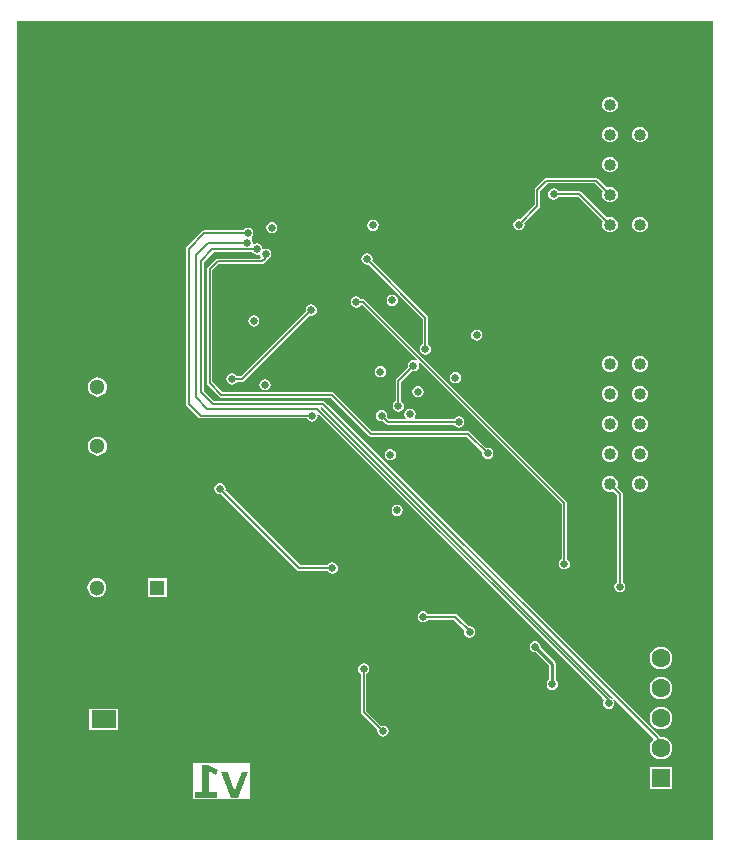
<source format=gbl>
G04*
G04 #@! TF.GenerationSoftware,Altium Limited,Altium Designer,19.1.8 (144)*
G04*
G04 Layer_Physical_Order=4*
G04 Layer_Color=16711680*
%FSLAX25Y25*%
%MOIN*%
G70*
G01*
G75*
%ADD15C,0.00600*%
%ADD17C,0.01000*%
%ADD18C,0.00800*%
%ADD111C,0.04016*%
%ADD112C,0.12598*%
%ADD113R,0.05906X0.08268*%
%ADD114R,0.08268X0.05906*%
%ADD115C,0.06299*%
%ADD116R,0.06299X0.06299*%
%ADD117C,0.05118*%
%ADD118R,0.05118X0.05118*%
%ADD119C,0.02500*%
%ADD120C,0.02598*%
G36*
X234000Y2000D02*
X2000D01*
Y275000D01*
X234000D01*
Y2000D01*
D02*
G37*
%LPC*%
G36*
X199500Y249630D02*
X198819Y249541D01*
X198185Y249278D01*
X197640Y248860D01*
X197222Y248315D01*
X196959Y247681D01*
X196870Y247000D01*
X196959Y246319D01*
X197222Y245685D01*
X197640Y245140D01*
X198185Y244722D01*
X198819Y244459D01*
X199500Y244370D01*
X200181Y244459D01*
X200815Y244722D01*
X201360Y245140D01*
X201778Y245685D01*
X202041Y246319D01*
X202130Y247000D01*
X202041Y247681D01*
X201778Y248315D01*
X201360Y248860D01*
X200815Y249278D01*
X200181Y249541D01*
X199500Y249630D01*
D02*
G37*
G36*
X209500Y239630D02*
X208819Y239541D01*
X208185Y239278D01*
X207640Y238860D01*
X207222Y238315D01*
X206959Y237681D01*
X206870Y237000D01*
X206959Y236319D01*
X207222Y235685D01*
X207640Y235140D01*
X208185Y234722D01*
X208819Y234459D01*
X209500Y234370D01*
X210181Y234459D01*
X210815Y234722D01*
X211360Y235140D01*
X211778Y235685D01*
X212041Y236319D01*
X212130Y237000D01*
X212041Y237681D01*
X211778Y238315D01*
X211360Y238860D01*
X210815Y239278D01*
X210181Y239541D01*
X209500Y239630D01*
D02*
G37*
G36*
X199500D02*
X198819Y239541D01*
X198185Y239278D01*
X197640Y238860D01*
X197222Y238315D01*
X196959Y237681D01*
X196870Y237000D01*
X196959Y236319D01*
X197222Y235685D01*
X197640Y235140D01*
X198185Y234722D01*
X198819Y234459D01*
X199500Y234370D01*
X200181Y234459D01*
X200815Y234722D01*
X201360Y235140D01*
X201778Y235685D01*
X202041Y236319D01*
X202130Y237000D01*
X202041Y237681D01*
X201778Y238315D01*
X201360Y238860D01*
X200815Y239278D01*
X200181Y239541D01*
X199500Y239630D01*
D02*
G37*
G36*
Y229630D02*
X198819Y229541D01*
X198185Y229278D01*
X197640Y228860D01*
X197222Y228315D01*
X196959Y227681D01*
X196870Y227000D01*
X196959Y226319D01*
X197222Y225685D01*
X197640Y225140D01*
X198185Y224722D01*
X198819Y224459D01*
X199500Y224370D01*
X200181Y224459D01*
X200815Y224722D01*
X201360Y225140D01*
X201778Y225685D01*
X202041Y226319D01*
X202130Y227000D01*
X202041Y227681D01*
X201778Y228315D01*
X201360Y228860D01*
X200815Y229278D01*
X200181Y229541D01*
X199500Y229630D01*
D02*
G37*
G36*
X194846Y222571D02*
X178347D01*
X177995Y222501D01*
X177698Y222302D01*
X174646Y219251D01*
X174448Y218953D01*
X174378Y218602D01*
Y213475D01*
X169691Y208789D01*
X169200Y208886D01*
X168478Y208743D01*
X167866Y208334D01*
X167457Y207722D01*
X167314Y207000D01*
X167457Y206278D01*
X167866Y205666D01*
X168478Y205257D01*
X169200Y205114D01*
X169922Y205257D01*
X170534Y205666D01*
X170943Y206278D01*
X171086Y207000D01*
X170989Y207491D01*
X175944Y212446D01*
X176143Y212744D01*
X176213Y213095D01*
Y218222D01*
X178726Y220736D01*
X194466D01*
X197124Y218078D01*
X196959Y217681D01*
X196870Y217000D01*
X196959Y216319D01*
X197222Y215685D01*
X197640Y215140D01*
X198185Y214722D01*
X198819Y214459D01*
X199500Y214370D01*
X200181Y214459D01*
X200815Y214722D01*
X201360Y215140D01*
X201778Y215685D01*
X202041Y216319D01*
X202130Y217000D01*
X202041Y217681D01*
X201778Y218315D01*
X201360Y218860D01*
X200815Y219278D01*
X200181Y219541D01*
X199500Y219630D01*
X198819Y219541D01*
X198422Y219376D01*
X195495Y222302D01*
X195198Y222501D01*
X194846Y222571D01*
D02*
G37*
G36*
X120500Y208586D02*
X119778Y208443D01*
X119166Y208034D01*
X118757Y207422D01*
X118614Y206700D01*
X118757Y205978D01*
X119166Y205366D01*
X119778Y204957D01*
X120500Y204814D01*
X121222Y204957D01*
X121834Y205366D01*
X122243Y205978D01*
X122386Y206700D01*
X122243Y207422D01*
X121834Y208034D01*
X121222Y208443D01*
X120500Y208586D01*
D02*
G37*
G36*
X209500Y209630D02*
X208819Y209541D01*
X208185Y209278D01*
X207640Y208860D01*
X207222Y208315D01*
X206959Y207681D01*
X206870Y207000D01*
X206959Y206319D01*
X207222Y205685D01*
X207640Y205140D01*
X208185Y204722D01*
X208819Y204459D01*
X209500Y204370D01*
X210181Y204459D01*
X210815Y204722D01*
X211360Y205140D01*
X211778Y205685D01*
X212041Y206319D01*
X212130Y207000D01*
X212041Y207681D01*
X211778Y208315D01*
X211360Y208860D01*
X210815Y209278D01*
X210181Y209541D01*
X209500Y209630D01*
D02*
G37*
G36*
X180700Y219086D02*
X179978Y218943D01*
X179366Y218534D01*
X178957Y217922D01*
X178814Y217200D01*
X178957Y216478D01*
X179366Y215866D01*
X179978Y215457D01*
X180700Y215314D01*
X181422Y215457D01*
X182034Y215866D01*
X182312Y216282D01*
X188920D01*
X197124Y208078D01*
X196959Y207681D01*
X196870Y207000D01*
X196959Y206319D01*
X197222Y205685D01*
X197640Y205140D01*
X198185Y204722D01*
X198819Y204459D01*
X199500Y204370D01*
X200181Y204459D01*
X200815Y204722D01*
X201360Y205140D01*
X201778Y205685D01*
X202041Y206319D01*
X202130Y207000D01*
X202041Y207681D01*
X201778Y208315D01*
X201360Y208860D01*
X200815Y209278D01*
X200181Y209541D01*
X199500Y209630D01*
X198819Y209541D01*
X198422Y209376D01*
X189949Y217849D01*
X189651Y218048D01*
X189300Y218118D01*
X182312D01*
X182034Y218534D01*
X181422Y218943D01*
X180700Y219086D01*
D02*
G37*
G36*
X86800Y207886D02*
X86078Y207743D01*
X85466Y207334D01*
X85057Y206722D01*
X84914Y206000D01*
X85057Y205278D01*
X85466Y204666D01*
X86078Y204257D01*
X86800Y204114D01*
X87522Y204257D01*
X88134Y204666D01*
X88543Y205278D01*
X88686Y206000D01*
X88543Y206722D01*
X88134Y207334D01*
X87522Y207743D01*
X86800Y207886D01*
D02*
G37*
G36*
X127000Y183586D02*
X126278Y183443D01*
X125666Y183034D01*
X125257Y182422D01*
X125114Y181700D01*
X125257Y180978D01*
X125666Y180366D01*
X126278Y179957D01*
X127000Y179814D01*
X127722Y179957D01*
X128334Y180366D01*
X128743Y180978D01*
X128886Y181700D01*
X128743Y182422D01*
X128334Y183034D01*
X127722Y183443D01*
X127000Y183586D01*
D02*
G37*
G36*
X100000Y180386D02*
X99278Y180243D01*
X98666Y179834D01*
X98257Y179222D01*
X98114Y178500D01*
X98211Y178009D01*
X76620Y156418D01*
X75112D01*
X74834Y156834D01*
X74222Y157243D01*
X73500Y157386D01*
X72778Y157243D01*
X72166Y156834D01*
X71757Y156222D01*
X71614Y155500D01*
X71757Y154778D01*
X72166Y154166D01*
X72778Y153757D01*
X73500Y153614D01*
X74222Y153757D01*
X74834Y154166D01*
X75112Y154582D01*
X77000D01*
X77351Y154652D01*
X77649Y154851D01*
X99509Y176711D01*
X100000Y176614D01*
X100722Y176757D01*
X101334Y177166D01*
X101743Y177778D01*
X101886Y178500D01*
X101743Y179222D01*
X101334Y179834D01*
X100722Y180243D01*
X100000Y180386D01*
D02*
G37*
G36*
X80800Y176686D02*
X80078Y176543D01*
X79466Y176134D01*
X79057Y175522D01*
X78914Y174800D01*
X79057Y174078D01*
X79466Y173466D01*
X80078Y173057D01*
X80800Y172914D01*
X81522Y173057D01*
X82134Y173466D01*
X82543Y174078D01*
X82686Y174800D01*
X82543Y175522D01*
X82134Y176134D01*
X81522Y176543D01*
X80800Y176686D01*
D02*
G37*
G36*
X155100Y171986D02*
X154378Y171843D01*
X153766Y171434D01*
X153357Y170822D01*
X153214Y170100D01*
X153357Y169378D01*
X153766Y168766D01*
X154378Y168357D01*
X155100Y168214D01*
X155822Y168357D01*
X156434Y168766D01*
X156843Y169378D01*
X156986Y170100D01*
X156843Y170822D01*
X156434Y171434D01*
X155822Y171843D01*
X155100Y171986D01*
D02*
G37*
G36*
X118500Y197386D02*
X117778Y197243D01*
X117166Y196834D01*
X116757Y196222D01*
X116614Y195500D01*
X116757Y194778D01*
X117166Y194166D01*
X117778Y193757D01*
X118500Y193614D01*
X118991Y193711D01*
X137082Y175620D01*
Y167112D01*
X136666Y166834D01*
X136257Y166222D01*
X136114Y165500D01*
X136257Y164778D01*
X136666Y164166D01*
X137278Y163757D01*
X138000Y163614D01*
X138722Y163757D01*
X139334Y164166D01*
X139743Y164778D01*
X139886Y165500D01*
X139743Y166222D01*
X139334Y166834D01*
X138918Y167112D01*
Y176000D01*
X138848Y176351D01*
X138649Y176649D01*
X120289Y195009D01*
X120386Y195500D01*
X120243Y196222D01*
X119834Y196834D01*
X119222Y197243D01*
X118500Y197386D01*
D02*
G37*
G36*
X115000Y183086D02*
X114278Y182943D01*
X113666Y182534D01*
X113257Y181922D01*
X113114Y181200D01*
X113257Y180478D01*
X113666Y179866D01*
X114278Y179457D01*
X115000Y179314D01*
X115722Y179457D01*
X116334Y179866D01*
X116493Y180105D01*
X117056Y180147D01*
X135133Y162069D01*
X134814Y161681D01*
X134722Y161743D01*
X134000Y161886D01*
X133278Y161743D01*
X132666Y161334D01*
X132257Y160722D01*
X132114Y160000D01*
X132211Y159509D01*
X128351Y155649D01*
X128152Y155351D01*
X128082Y155000D01*
Y148112D01*
X127666Y147834D01*
X127257Y147222D01*
X127114Y146500D01*
X127257Y145778D01*
X127666Y145166D01*
X128278Y144757D01*
X129000Y144614D01*
X129722Y144757D01*
X130334Y145166D01*
X130743Y145778D01*
X130886Y146500D01*
X130743Y147222D01*
X130334Y147834D01*
X129918Y148112D01*
Y154620D01*
X133509Y158211D01*
X134000Y158114D01*
X134722Y158257D01*
X135334Y158666D01*
X135743Y159278D01*
X135886Y160000D01*
X135743Y160722D01*
X135681Y160814D01*
X136069Y161133D01*
X183382Y113820D01*
Y95512D01*
X182966Y95234D01*
X182557Y94622D01*
X182414Y93900D01*
X182557Y93178D01*
X182966Y92566D01*
X183578Y92157D01*
X184300Y92014D01*
X185022Y92157D01*
X185634Y92566D01*
X186043Y93178D01*
X186186Y93900D01*
X186043Y94622D01*
X185634Y95234D01*
X185218Y95512D01*
Y114200D01*
X185148Y114551D01*
X184949Y114849D01*
X117949Y181849D01*
X117651Y182048D01*
X117300Y182118D01*
X116612D01*
X116334Y182534D01*
X115722Y182943D01*
X115000Y183086D01*
D02*
G37*
G36*
X209500Y163130D02*
X208819Y163041D01*
X208185Y162778D01*
X207640Y162360D01*
X207222Y161815D01*
X206959Y161181D01*
X206870Y160500D01*
X206959Y159819D01*
X207222Y159185D01*
X207640Y158640D01*
X208185Y158222D01*
X208819Y157959D01*
X209500Y157870D01*
X210181Y157959D01*
X210815Y158222D01*
X211360Y158640D01*
X211778Y159185D01*
X212041Y159819D01*
X212130Y160500D01*
X212041Y161181D01*
X211778Y161815D01*
X211360Y162360D01*
X210815Y162778D01*
X210181Y163041D01*
X209500Y163130D01*
D02*
G37*
G36*
X199500D02*
X198819Y163041D01*
X198185Y162778D01*
X197640Y162360D01*
X197222Y161815D01*
X196959Y161181D01*
X196870Y160500D01*
X196959Y159819D01*
X197222Y159185D01*
X197640Y158640D01*
X198185Y158222D01*
X198819Y157959D01*
X199500Y157870D01*
X200181Y157959D01*
X200815Y158222D01*
X201360Y158640D01*
X201778Y159185D01*
X202041Y159819D01*
X202130Y160500D01*
X202041Y161181D01*
X201778Y161815D01*
X201360Y162360D01*
X200815Y162778D01*
X200181Y163041D01*
X199500Y163130D01*
D02*
G37*
G36*
X123000Y159886D02*
X122278Y159743D01*
X121666Y159334D01*
X121257Y158722D01*
X121114Y158000D01*
X121257Y157278D01*
X121666Y156666D01*
X122278Y156257D01*
X123000Y156114D01*
X123722Y156257D01*
X124334Y156666D01*
X124743Y157278D01*
X124886Y158000D01*
X124743Y158722D01*
X124334Y159334D01*
X123722Y159743D01*
X123000Y159886D01*
D02*
G37*
G36*
X148000Y157886D02*
X147278Y157743D01*
X146666Y157334D01*
X146257Y156722D01*
X146114Y156000D01*
X146257Y155278D01*
X146666Y154666D01*
X147278Y154257D01*
X148000Y154114D01*
X148722Y154257D01*
X149334Y154666D01*
X149743Y155278D01*
X149886Y156000D01*
X149743Y156722D01*
X149334Y157334D01*
X148722Y157743D01*
X148000Y157886D01*
D02*
G37*
G36*
X84500Y155473D02*
X83778Y155329D01*
X83166Y154920D01*
X82757Y154308D01*
X82614Y153586D01*
X82757Y152864D01*
X83166Y152252D01*
X83778Y151844D01*
X84500Y151700D01*
X85222Y151844D01*
X85834Y152252D01*
X86243Y152864D01*
X86386Y153586D01*
X86243Y154308D01*
X85834Y154920D01*
X85222Y155329D01*
X84500Y155473D01*
D02*
G37*
G36*
X28650Y156021D02*
X27825Y155913D01*
X27057Y155595D01*
X26397Y155088D01*
X25891Y154428D01*
X25572Y153660D01*
X25464Y152835D01*
X25572Y152010D01*
X25891Y151242D01*
X26397Y150582D01*
X27057Y150076D01*
X27825Y149757D01*
X28650Y149649D01*
X29475Y149757D01*
X30243Y150076D01*
X30903Y150582D01*
X31409Y151242D01*
X31728Y152010D01*
X31836Y152835D01*
X31728Y153660D01*
X31409Y154428D01*
X30903Y155088D01*
X30243Y155595D01*
X29475Y155913D01*
X28650Y156021D01*
D02*
G37*
G36*
X135500Y153186D02*
X134778Y153043D01*
X134166Y152634D01*
X133757Y152022D01*
X133614Y151300D01*
X133757Y150578D01*
X134166Y149966D01*
X134778Y149557D01*
X135500Y149414D01*
X136222Y149557D01*
X136834Y149966D01*
X137243Y150578D01*
X137386Y151300D01*
X137243Y152022D01*
X136834Y152634D01*
X136222Y153043D01*
X135500Y153186D01*
D02*
G37*
G36*
X209500Y153130D02*
X208819Y153041D01*
X208185Y152778D01*
X207640Y152360D01*
X207222Y151815D01*
X206959Y151181D01*
X206870Y150500D01*
X206959Y149819D01*
X207222Y149185D01*
X207640Y148640D01*
X208185Y148222D01*
X208819Y147959D01*
X209500Y147870D01*
X210181Y147959D01*
X210815Y148222D01*
X211360Y148640D01*
X211778Y149185D01*
X212041Y149819D01*
X212130Y150500D01*
X212041Y151181D01*
X211778Y151815D01*
X211360Y152360D01*
X210815Y152778D01*
X210181Y153041D01*
X209500Y153130D01*
D02*
G37*
G36*
X199500D02*
X198819Y153041D01*
X198185Y152778D01*
X197640Y152360D01*
X197222Y151815D01*
X196959Y151181D01*
X196870Y150500D01*
X196959Y149819D01*
X197222Y149185D01*
X197640Y148640D01*
X198185Y148222D01*
X198819Y147959D01*
X199500Y147870D01*
X200181Y147959D01*
X200815Y148222D01*
X201360Y148640D01*
X201778Y149185D01*
X202041Y149819D01*
X202130Y150500D01*
X202041Y151181D01*
X201778Y151815D01*
X201360Y152360D01*
X200815Y152778D01*
X200181Y153041D01*
X199500Y153130D01*
D02*
G37*
G36*
X132900Y145586D02*
X132178Y145443D01*
X131566Y145034D01*
X131157Y144422D01*
X131014Y143700D01*
X131157Y142978D01*
X131398Y142618D01*
X131131Y142118D01*
X125880D01*
X125189Y142809D01*
X125286Y143300D01*
X125143Y144022D01*
X124734Y144634D01*
X124122Y145043D01*
X123400Y145186D01*
X122678Y145043D01*
X122066Y144634D01*
X121657Y144022D01*
X121514Y143300D01*
X121657Y142578D01*
X122066Y141966D01*
X122678Y141557D01*
X123400Y141414D01*
X123891Y141511D01*
X124851Y140551D01*
X125149Y140352D01*
X125500Y140282D01*
X147488D01*
X147766Y139866D01*
X148378Y139457D01*
X149100Y139314D01*
X149822Y139457D01*
X150434Y139866D01*
X150843Y140478D01*
X150986Y141200D01*
X150843Y141922D01*
X150434Y142534D01*
X149822Y142943D01*
X149100Y143086D01*
X148378Y142943D01*
X147766Y142534D01*
X147488Y142118D01*
X134669D01*
X134402Y142618D01*
X134643Y142978D01*
X134786Y143700D01*
X134643Y144422D01*
X134234Y145034D01*
X133622Y145443D01*
X132900Y145586D01*
D02*
G37*
G36*
X209500Y143130D02*
X208819Y143041D01*
X208185Y142778D01*
X207640Y142360D01*
X207222Y141815D01*
X206959Y141181D01*
X206870Y140500D01*
X206959Y139819D01*
X207222Y139185D01*
X207640Y138640D01*
X208185Y138222D01*
X208819Y137959D01*
X209500Y137870D01*
X210181Y137959D01*
X210815Y138222D01*
X211360Y138640D01*
X211778Y139185D01*
X212041Y139819D01*
X212130Y140500D01*
X212041Y141181D01*
X211778Y141815D01*
X211360Y142360D01*
X210815Y142778D01*
X210181Y143041D01*
X209500Y143130D01*
D02*
G37*
G36*
X199500D02*
X198819Y143041D01*
X198185Y142778D01*
X197640Y142360D01*
X197222Y141815D01*
X196959Y141181D01*
X196870Y140500D01*
X196959Y139819D01*
X197222Y139185D01*
X197640Y138640D01*
X198185Y138222D01*
X198819Y137959D01*
X199500Y137870D01*
X200181Y137959D01*
X200815Y138222D01*
X201360Y138640D01*
X201778Y139185D01*
X202041Y139819D01*
X202130Y140500D01*
X202041Y141181D01*
X201778Y141815D01*
X201360Y142360D01*
X200815Y142778D01*
X200181Y143041D01*
X199500Y143130D01*
D02*
G37*
G36*
X28650Y136336D02*
X27825Y136228D01*
X27057Y135909D01*
X26397Y135403D01*
X25891Y134743D01*
X25572Y133975D01*
X25464Y133150D01*
X25572Y132325D01*
X25891Y131557D01*
X26397Y130897D01*
X27057Y130391D01*
X27825Y130072D01*
X28650Y129964D01*
X29475Y130072D01*
X30243Y130391D01*
X30903Y130897D01*
X31409Y131557D01*
X31728Y132325D01*
X31836Y133150D01*
X31728Y133975D01*
X31409Y134743D01*
X30903Y135403D01*
X30243Y135909D01*
X29475Y136228D01*
X28650Y136336D01*
D02*
G37*
G36*
X78700Y205986D02*
X77978Y205843D01*
X77366Y205434D01*
X77088Y205018D01*
X64318D01*
X63967Y204948D01*
X63669Y204749D01*
X58560Y199640D01*
X58361Y199342D01*
X58291Y198991D01*
Y147209D01*
X58361Y146858D01*
X58560Y146560D01*
X62460Y142660D01*
X62758Y142461D01*
X63109Y142391D01*
X98455D01*
X98457Y142378D01*
X98866Y141766D01*
X99478Y141357D01*
X100200Y141214D01*
X100922Y141357D01*
X101534Y141766D01*
X101943Y142378D01*
X102086Y143100D01*
X102009Y143488D01*
X102470Y143734D01*
X197648Y48556D01*
X197357Y48122D01*
X197214Y47400D01*
X197357Y46678D01*
X197766Y46066D01*
X198378Y45657D01*
X199100Y45514D01*
X199822Y45657D01*
X200434Y46066D01*
X200843Y46678D01*
X200986Y47400D01*
X200843Y48122D01*
X200576Y48521D01*
X200964Y48840D01*
X214013Y35791D01*
X213980Y35293D01*
X213826Y35174D01*
X213225Y34391D01*
X212847Y33479D01*
X212718Y32500D01*
X212847Y31521D01*
X213225Y30609D01*
X213826Y29826D01*
X214609Y29225D01*
X215521Y28847D01*
X216500Y28718D01*
X217479Y28847D01*
X218391Y29225D01*
X219174Y29826D01*
X219775Y30609D01*
X220153Y31521D01*
X220282Y32500D01*
X220153Y33479D01*
X219775Y34391D01*
X219174Y35174D01*
X218391Y35775D01*
X217479Y36153D01*
X216500Y36282D01*
X216130Y36233D01*
X216058Y36341D01*
X104450Y147950D01*
X104152Y148149D01*
X103801Y148219D01*
X67481D01*
X64118Y151581D01*
Y194619D01*
X67382Y197882D01*
X80188D01*
X80466Y197466D01*
X81078Y197057D01*
X81800Y196914D01*
X82358Y197025D01*
X82527Y197053D01*
X82893Y196704D01*
X82957Y196378D01*
X83136Y196111D01*
X82864Y195618D01*
X68700D01*
X68349Y195548D01*
X68051Y195349D01*
X65451Y192749D01*
X65252Y192451D01*
X65182Y192100D01*
Y154100D01*
X65252Y153749D01*
X65451Y153451D01*
X69351Y149551D01*
X69649Y149352D01*
X70000Y149282D01*
X106320D01*
X119051Y136551D01*
X119349Y136352D01*
X119700Y136282D01*
X151820D01*
X156911Y131191D01*
X156814Y130700D01*
X156957Y129978D01*
X157366Y129366D01*
X157978Y128957D01*
X158700Y128814D01*
X159422Y128957D01*
X160034Y129366D01*
X160443Y129978D01*
X160586Y130700D01*
X160443Y131422D01*
X160034Y132034D01*
X159422Y132443D01*
X158700Y132586D01*
X158209Y132489D01*
X152849Y137849D01*
X152551Y138048D01*
X152200Y138118D01*
X120080D01*
X107349Y150849D01*
X107051Y151048D01*
X106700Y151118D01*
X70380D01*
X67018Y154480D01*
Y191720D01*
X69080Y193782D01*
X83500D01*
X83851Y193852D01*
X84149Y194051D01*
X85029Y194931D01*
X85228Y195229D01*
X85246Y195322D01*
X85422Y195357D01*
X86034Y195766D01*
X86443Y196378D01*
X86586Y197100D01*
X86443Y197822D01*
X86034Y198434D01*
X85422Y198843D01*
X84700Y198986D01*
X84142Y198875D01*
X83973Y198847D01*
X83607Y199196D01*
X83543Y199522D01*
X83134Y200134D01*
X82522Y200543D01*
X81800Y200686D01*
X81078Y200543D01*
X80879Y200409D01*
X80428Y200710D01*
X80486Y201000D01*
X80343Y201722D01*
X80043Y202171D01*
X80035Y202680D01*
X80081Y202837D01*
X80443Y203378D01*
X80586Y204100D01*
X80443Y204822D01*
X80034Y205434D01*
X79422Y205843D01*
X78700Y205986D01*
D02*
G37*
G36*
X126300Y132186D02*
X125578Y132043D01*
X124966Y131634D01*
X124557Y131022D01*
X124414Y130300D01*
X124557Y129578D01*
X124966Y128966D01*
X125578Y128557D01*
X126300Y128414D01*
X127022Y128557D01*
X127634Y128966D01*
X128043Y129578D01*
X128186Y130300D01*
X128043Y131022D01*
X127634Y131634D01*
X127022Y132043D01*
X126300Y132186D01*
D02*
G37*
G36*
X209500Y133130D02*
X208819Y133041D01*
X208185Y132778D01*
X207640Y132360D01*
X207222Y131815D01*
X206959Y131181D01*
X206870Y130500D01*
X206959Y129819D01*
X207222Y129185D01*
X207640Y128640D01*
X208185Y128222D01*
X208819Y127959D01*
X209500Y127870D01*
X210181Y127959D01*
X210815Y128222D01*
X211360Y128640D01*
X211778Y129185D01*
X212041Y129819D01*
X212130Y130500D01*
X212041Y131181D01*
X211778Y131815D01*
X211360Y132360D01*
X210815Y132778D01*
X210181Y133041D01*
X209500Y133130D01*
D02*
G37*
G36*
X199500D02*
X198819Y133041D01*
X198185Y132778D01*
X197640Y132360D01*
X197222Y131815D01*
X196959Y131181D01*
X196870Y130500D01*
X196959Y129819D01*
X197222Y129185D01*
X197640Y128640D01*
X198185Y128222D01*
X198819Y127959D01*
X199500Y127870D01*
X200181Y127959D01*
X200815Y128222D01*
X201360Y128640D01*
X201778Y129185D01*
X202041Y129819D01*
X202130Y130500D01*
X202041Y131181D01*
X201778Y131815D01*
X201360Y132360D01*
X200815Y132778D01*
X200181Y133041D01*
X199500Y133130D01*
D02*
G37*
G36*
X209500Y123130D02*
X208819Y123041D01*
X208185Y122778D01*
X207640Y122360D01*
X207222Y121815D01*
X206959Y121181D01*
X206870Y120500D01*
X206959Y119819D01*
X207222Y119185D01*
X207640Y118640D01*
X208185Y118222D01*
X208819Y117959D01*
X209500Y117870D01*
X210181Y117959D01*
X210815Y118222D01*
X211360Y118640D01*
X211778Y119185D01*
X212041Y119819D01*
X212130Y120500D01*
X212041Y121181D01*
X211778Y121815D01*
X211360Y122360D01*
X210815Y122778D01*
X210181Y123041D01*
X209500Y123130D01*
D02*
G37*
G36*
X128600Y113586D02*
X127878Y113443D01*
X127266Y113034D01*
X126857Y112422D01*
X126714Y111700D01*
X126857Y110978D01*
X127266Y110366D01*
X127878Y109957D01*
X128600Y109814D01*
X129322Y109957D01*
X129934Y110366D01*
X130343Y110978D01*
X130486Y111700D01*
X130343Y112422D01*
X129934Y113034D01*
X129322Y113443D01*
X128600Y113586D01*
D02*
G37*
G36*
X69500Y120886D02*
X68778Y120743D01*
X68166Y120334D01*
X67757Y119722D01*
X67614Y119000D01*
X67757Y118278D01*
X68166Y117666D01*
X68778Y117257D01*
X69500Y117114D01*
X69991Y117211D01*
X95351Y91851D01*
X95649Y91652D01*
X96000Y91582D01*
X105388D01*
X105666Y91166D01*
X106278Y90757D01*
X107000Y90614D01*
X107722Y90757D01*
X108334Y91166D01*
X108743Y91778D01*
X108886Y92500D01*
X108743Y93222D01*
X108334Y93834D01*
X107722Y94243D01*
X107000Y94386D01*
X106278Y94243D01*
X105666Y93834D01*
X105388Y93418D01*
X96380D01*
X71289Y118509D01*
X71386Y119000D01*
X71243Y119722D01*
X70834Y120334D01*
X70222Y120743D01*
X69500Y120886D01*
D02*
G37*
G36*
X199500Y123130D02*
X198819Y123041D01*
X198185Y122778D01*
X197640Y122360D01*
X197222Y121815D01*
X196959Y121181D01*
X196870Y120500D01*
X196959Y119819D01*
X197222Y119185D01*
X197640Y118640D01*
X198185Y118222D01*
X198819Y117959D01*
X199500Y117870D01*
X200181Y117959D01*
X200476Y118082D01*
X201780Y116778D01*
Y87844D01*
X201466Y87634D01*
X201057Y87022D01*
X200914Y86300D01*
X201057Y85578D01*
X201466Y84966D01*
X202078Y84557D01*
X202800Y84414D01*
X203522Y84557D01*
X204134Y84966D01*
X204543Y85578D01*
X204686Y86300D01*
X204543Y87022D01*
X204134Y87634D01*
X203820Y87844D01*
Y117200D01*
X203742Y117590D01*
X203521Y117921D01*
X201918Y119524D01*
X202041Y119819D01*
X202130Y120500D01*
X202041Y121181D01*
X201778Y121815D01*
X201360Y122360D01*
X200815Y122778D01*
X200181Y123041D01*
X199500Y123130D01*
D02*
G37*
G36*
X51698Y89159D02*
X45380D01*
Y82841D01*
X51698D01*
Y89159D01*
D02*
G37*
G36*
X28461Y89186D02*
X27636Y89078D01*
X26867Y88759D01*
X26208Y88253D01*
X25701Y87593D01*
X25383Y86825D01*
X25274Y86000D01*
X25383Y85175D01*
X25701Y84407D01*
X26208Y83747D01*
X26867Y83241D01*
X27636Y82922D01*
X28461Y82814D01*
X29285Y82922D01*
X30054Y83241D01*
X30714Y83747D01*
X31220Y84407D01*
X31538Y85175D01*
X31647Y86000D01*
X31538Y86825D01*
X31220Y87593D01*
X30714Y88253D01*
X30054Y88759D01*
X29285Y89078D01*
X28461Y89186D01*
D02*
G37*
G36*
X137300Y78186D02*
X136578Y78043D01*
X135966Y77634D01*
X135557Y77022D01*
X135414Y76300D01*
X135557Y75578D01*
X135966Y74966D01*
X136578Y74557D01*
X137300Y74414D01*
X138022Y74557D01*
X138634Y74966D01*
X138844Y75280D01*
X147478D01*
X150937Y71821D01*
X150814Y71200D01*
X150957Y70478D01*
X151366Y69866D01*
X151978Y69457D01*
X152700Y69314D01*
X153422Y69457D01*
X154034Y69866D01*
X154443Y70478D01*
X154586Y71200D01*
X154443Y71922D01*
X154034Y72534D01*
X153422Y72943D01*
X152700Y73086D01*
X152580Y73062D01*
X148621Y77021D01*
X148290Y77242D01*
X147900Y77320D01*
X138844D01*
X138634Y77634D01*
X138022Y78043D01*
X137300Y78186D01*
D02*
G37*
G36*
X216500Y66282D02*
X215521Y66153D01*
X214609Y65775D01*
X213826Y65174D01*
X213225Y64391D01*
X212847Y63479D01*
X212718Y62500D01*
X212847Y61521D01*
X213225Y60609D01*
X213826Y59826D01*
X214609Y59225D01*
X215521Y58847D01*
X216500Y58718D01*
X217479Y58847D01*
X218391Y59225D01*
X219174Y59826D01*
X219775Y60609D01*
X220153Y61521D01*
X220282Y62500D01*
X220153Y63479D01*
X219775Y64391D01*
X219174Y65174D01*
X218391Y65775D01*
X217479Y66153D01*
X216500Y66282D01*
D02*
G37*
G36*
X174600Y68186D02*
X173878Y68043D01*
X173266Y67634D01*
X172857Y67022D01*
X172714Y66300D01*
X172857Y65578D01*
X173266Y64966D01*
X173878Y64557D01*
X174600Y64414D01*
X174850Y64464D01*
X179178Y60135D01*
Y55176D01*
X178966Y55034D01*
X178557Y54422D01*
X178414Y53700D01*
X178557Y52978D01*
X178966Y52366D01*
X179578Y51957D01*
X180300Y51814D01*
X181022Y51957D01*
X181634Y52366D01*
X182043Y52978D01*
X182186Y53700D01*
X182043Y54422D01*
X181634Y55034D01*
X181422Y55176D01*
Y60600D01*
X181422Y60600D01*
X181336Y61029D01*
X181093Y61393D01*
X181093Y61393D01*
X176436Y66050D01*
X176486Y66300D01*
X176343Y67022D01*
X175934Y67634D01*
X175322Y68043D01*
X174600Y68186D01*
D02*
G37*
G36*
X216500Y56282D02*
X215521Y56153D01*
X214609Y55775D01*
X213826Y55174D01*
X213225Y54391D01*
X212847Y53479D01*
X212718Y52500D01*
X212847Y51521D01*
X213225Y50609D01*
X213826Y49826D01*
X214609Y49225D01*
X215521Y48847D01*
X216500Y48718D01*
X217479Y48847D01*
X218391Y49225D01*
X219174Y49826D01*
X219775Y50609D01*
X220153Y51521D01*
X220282Y52500D01*
X220153Y53479D01*
X219775Y54391D01*
X219174Y55174D01*
X218391Y55775D01*
X217479Y56153D01*
X216500Y56282D01*
D02*
G37*
G36*
Y46282D02*
X215521Y46153D01*
X214609Y45775D01*
X213826Y45174D01*
X213225Y44391D01*
X212847Y43479D01*
X212718Y42500D01*
X212847Y41521D01*
X213225Y40609D01*
X213826Y39826D01*
X214609Y39225D01*
X215521Y38847D01*
X216500Y38718D01*
X217479Y38847D01*
X218391Y39225D01*
X219174Y39826D01*
X219775Y40609D01*
X220153Y41521D01*
X220282Y42500D01*
X220153Y43479D01*
X219775Y44391D01*
X219174Y45174D01*
X218391Y45775D01*
X217479Y46153D01*
X216500Y46282D01*
D02*
G37*
G36*
X35447Y45643D02*
X25979D01*
Y38538D01*
X35447D01*
Y45643D01*
D02*
G37*
G36*
X117421Y60745D02*
X116699Y60601D01*
X116087Y60192D01*
X115679Y59580D01*
X115535Y58858D01*
X115679Y58136D01*
X116087Y57525D01*
X116504Y57246D01*
Y44488D01*
X116574Y44137D01*
X116772Y43839D01*
X122030Y38581D01*
X121933Y38091D01*
X122076Y37369D01*
X122485Y36757D01*
X123097Y36348D01*
X123819Y36204D01*
X124541Y36348D01*
X125153Y36757D01*
X125562Y37369D01*
X125705Y38091D01*
X125562Y38812D01*
X125153Y39424D01*
X124541Y39833D01*
X123819Y39977D01*
X123328Y39879D01*
X118339Y44868D01*
Y57246D01*
X118755Y57525D01*
X119164Y58136D01*
X119307Y58858D01*
X119164Y59580D01*
X118755Y60192D01*
X118143Y60601D01*
X117421Y60745D01*
D02*
G37*
G36*
X220250Y26250D02*
X212750D01*
Y18750D01*
X220250D01*
Y26250D01*
D02*
G37*
G36*
X79600Y27558D02*
X60686D01*
Y15400D01*
X79600D01*
Y27558D01*
D02*
G37*
%LPD*%
G36*
X200540Y49264D02*
X200221Y48876D01*
X199822Y49143D01*
X199616Y49184D01*
X103148Y145652D01*
X103325Y146182D01*
X103585Y146219D01*
X200540Y49264D01*
D02*
G37*
G36*
X68857Y25144D02*
X68190Y23478D01*
X65765Y24792D01*
Y17814D01*
X68542D01*
Y16000D01*
X61286D01*
Y17814D01*
X63674D01*
Y26958D01*
X65395D01*
X68857Y25144D01*
D02*
G37*
G36*
X75631Y16000D02*
X73299D01*
X69967Y24459D01*
X72151D01*
X73928Y19572D01*
X74446Y18092D01*
X74965Y19647D01*
X76742Y24459D01*
X79000D01*
X75631Y16000D01*
D02*
G37*
D15*
X194846Y221654D02*
X199500Y217000D01*
X178347Y221654D02*
X194846D01*
X175295Y218602D02*
X178347Y221654D01*
X175295Y213095D02*
Y218602D01*
X169200Y207000D02*
X175295Y213095D01*
X189300Y217200D02*
X199500Y207000D01*
X180700Y217200D02*
X189300D01*
X117421Y44488D02*
X123819Y38091D01*
X117421Y44488D02*
Y58858D01*
X96000Y92500D02*
X107000D01*
X69500Y119000D02*
X96000Y92500D01*
X73500Y155500D02*
X77000D01*
X100000Y178500D01*
X129000Y146500D02*
Y155000D01*
X134000Y160000D01*
X184300Y93900D02*
Y114200D01*
X117300Y181200D02*
X184300Y114200D01*
X115000Y181200D02*
X117300D01*
X138000Y165500D02*
Y176000D01*
X118500Y195500D02*
X138000Y176000D01*
X152200Y137200D02*
X158700Y130700D01*
X119700Y137200D02*
X152200D01*
X125500Y141200D02*
X149100D01*
X123400Y143300D02*
X125500Y141200D01*
X100018Y143100D02*
X100200D01*
X99809Y143309D02*
X100018Y143100D01*
X199100Y47400D02*
X199400Y47700D01*
Y48102D01*
X215409Y33590D02*
Y35692D01*
Y33590D02*
X216500Y32500D01*
X102001Y145501D02*
X199400Y48102D01*
X65602Y201000D02*
X78600D01*
X61401Y196799D02*
X65602Y201000D01*
X61401Y149401D02*
X65301Y145501D01*
X102001D01*
X61401Y149401D02*
Y196799D01*
X103801Y147301D02*
X215409Y35692D01*
X63201Y194999D02*
X67002Y198800D01*
X81800D01*
X63201Y151201D02*
X67101Y147301D01*
X103801D01*
X63201Y151201D02*
Y194999D01*
X84380Y196780D02*
X84700Y197100D01*
X84380Y195580D02*
Y196780D01*
X83500Y194700D02*
X84380Y195580D01*
X64318Y204100D02*
X78700D01*
X63109Y143309D02*
X99809D01*
X106700Y150200D02*
X119700Y137200D01*
X70000Y150200D02*
X106700D01*
X59209Y147209D02*
X63109Y143309D01*
X59209Y147209D02*
Y198991D01*
X66100Y154100D02*
X70000Y150200D01*
X66100Y154100D02*
Y192100D01*
X59209Y198991D02*
X64318Y204100D01*
X66100Y192100D02*
X68700Y194700D01*
X83500D01*
D17*
X180300Y53700D02*
Y60600D01*
X174600Y66300D02*
X180300Y60600D01*
D18*
X199500Y120500D02*
X202800Y117200D01*
Y86300D02*
Y117200D01*
X152700Y71200D02*
Y71500D01*
X147900Y76300D02*
X152700Y71500D01*
X137300Y76300D02*
X147900D01*
D111*
X199500Y160500D02*
D03*
X209500D02*
D03*
X199500Y150500D02*
D03*
X209500D02*
D03*
X199500Y140500D02*
D03*
X209500D02*
D03*
X199500Y130500D02*
D03*
X209500D02*
D03*
X199500Y120500D02*
D03*
X209500D02*
D03*
X199500Y247000D02*
D03*
X209500D02*
D03*
X199500Y237000D02*
D03*
X209500D02*
D03*
X199500Y227000D02*
D03*
X209500D02*
D03*
X199500Y217000D02*
D03*
X209500D02*
D03*
X199500Y207000D02*
D03*
X209500D02*
D03*
D112*
X170500Y108500D02*
D03*
X53000Y243500D02*
D03*
X170500D02*
D03*
X53000Y106500D02*
D03*
D113*
X49216Y30279D02*
D03*
D114*
X30713Y18469D02*
D03*
Y42091D02*
D03*
D115*
X216500Y52500D02*
D03*
Y32500D02*
D03*
Y42500D02*
D03*
Y62500D02*
D03*
Y72500D02*
D03*
D116*
Y22500D02*
D03*
D117*
X28650Y152835D02*
D03*
Y133150D02*
D03*
X28461Y86000D02*
D03*
D118*
X48539D02*
D03*
D119*
X148000Y156000D02*
D03*
X123000Y158000D02*
D03*
X123819Y38091D02*
D03*
X117421Y58858D02*
D03*
X86800Y206000D02*
D03*
X118500Y195500D02*
D03*
X100000Y178500D02*
D03*
X115000Y181200D02*
D03*
X84700Y197100D02*
D03*
X78700Y204100D02*
D03*
X81800Y198800D02*
D03*
X78600Y201000D02*
D03*
X104000Y4500D02*
D03*
X72500D02*
D03*
X40000D02*
D03*
X206500D02*
D03*
X175000D02*
D03*
X142500D02*
D03*
X200000Y272500D02*
D03*
X168500D02*
D03*
X136000D02*
D03*
X231500D02*
D03*
Y240500D02*
D03*
Y203000D02*
D03*
Y172500D02*
D03*
Y144000D02*
D03*
Y110500D02*
D03*
Y78000D02*
D03*
X232000Y41500D02*
D03*
X231500Y4500D02*
D03*
X4000D02*
D03*
Y45000D02*
D03*
Y77500D02*
D03*
Y110000D02*
D03*
Y143500D02*
D03*
Y172000D02*
D03*
Y202500D02*
D03*
Y234500D02*
D03*
Y273000D02*
D03*
X36500D02*
D03*
X68000D02*
D03*
X98500Y250500D02*
D03*
X108500Y218500D02*
D03*
Y250500D02*
D03*
X98500Y235500D02*
D03*
X108500Y228500D02*
D03*
X98500Y225500D02*
D03*
Y256000D02*
D03*
X108500Y258500D02*
D03*
X98500Y263500D02*
D03*
X108500Y265500D02*
D03*
Y273000D02*
D03*
X98500D02*
D03*
X90500D02*
D03*
X170500Y234400D02*
D03*
X176800Y237200D02*
D03*
X179600Y243500D02*
D03*
X176800Y249800D02*
D03*
X170500Y252500D02*
D03*
X164200Y249800D02*
D03*
X161400Y243500D02*
D03*
X164200Y237200D02*
D03*
X53000Y115500D02*
D03*
X59300Y112800D02*
D03*
X62100Y106500D02*
D03*
X59300Y100200D02*
D03*
X53000Y97400D02*
D03*
X46700Y100200D02*
D03*
X43900Y106500D02*
D03*
X46700Y112800D02*
D03*
X170500Y117500D02*
D03*
X176800Y114800D02*
D03*
X179600Y108500D02*
D03*
X176800Y102200D02*
D03*
X170500Y99400D02*
D03*
X164200Y102200D02*
D03*
X161400Y108500D02*
D03*
X164200Y114800D02*
D03*
X46700Y249800D02*
D03*
X43900Y243500D02*
D03*
X46700Y237200D02*
D03*
X53000Y234400D02*
D03*
X59300Y237200D02*
D03*
X62100Y243500D02*
D03*
X59300Y249800D02*
D03*
X53000Y252500D02*
D03*
X180300Y53700D02*
D03*
X174600Y66300D02*
D03*
X132900Y143700D02*
D03*
X120500Y206700D02*
D03*
X155100Y170100D02*
D03*
X135500Y151300D02*
D03*
X126300Y130300D02*
D03*
X128600Y111700D02*
D03*
X84500Y153586D02*
D03*
X80800Y174800D02*
D03*
X127000Y181700D02*
D03*
X107000Y92500D02*
D03*
X69500Y119000D02*
D03*
X73500Y155500D02*
D03*
X129000Y146500D02*
D03*
X134000Y160000D02*
D03*
X138000Y165500D02*
D03*
X158700Y130700D02*
D03*
X149100Y141200D02*
D03*
X123400Y143300D02*
D03*
X100200Y143100D02*
D03*
X199100Y47400D02*
D03*
X202800Y86300D02*
D03*
X152700Y71200D02*
D03*
X137300Y76300D02*
D03*
X184300Y93900D02*
D03*
X169200Y207000D02*
D03*
X180700Y217200D02*
D03*
D120*
X93627Y187062D02*
D03*
Y191787D02*
D03*
Y196511D02*
D03*
Y201235D02*
D03*
X98352Y187062D02*
D03*
Y191787D02*
D03*
Y196511D02*
D03*
Y201235D02*
D03*
X103076Y187062D02*
D03*
Y191787D02*
D03*
Y196511D02*
D03*
Y201235D02*
D03*
X107800Y187062D02*
D03*
Y191787D02*
D03*
Y196511D02*
D03*
Y201235D02*
D03*
M02*

</source>
